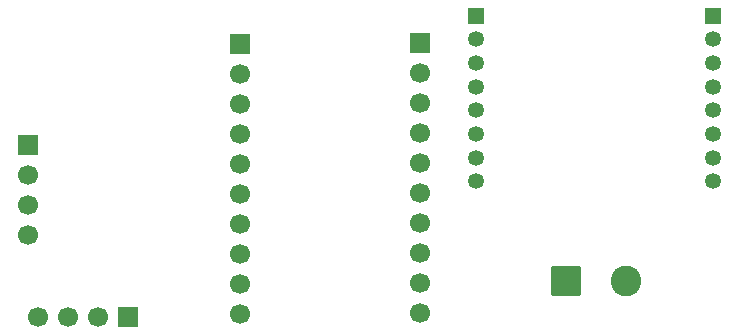
<source format=gbr>
%TF.GenerationSoftware,KiCad,Pcbnew,9.0.6*%
%TF.CreationDate,2025-12-05T15:02:41+01:00*%
%TF.ProjectId,KinderLight,4b696e64-6572-44c6-9967-68742e6b6963,rev?*%
%TF.SameCoordinates,Original*%
%TF.FileFunction,Soldermask,Bot*%
%TF.FilePolarity,Negative*%
%FSLAX46Y46*%
G04 Gerber Fmt 4.6, Leading zero omitted, Abs format (unit mm)*
G04 Created by KiCad (PCBNEW 9.0.6) date 2025-12-05 15:02:41*
%MOMM*%
%LPD*%
G01*
G04 APERTURE LIST*
G04 Aperture macros list*
%AMRoundRect*
0 Rectangle with rounded corners*
0 $1 Rounding radius*
0 $2 $3 $4 $5 $6 $7 $8 $9 X,Y pos of 4 corners*
0 Add a 4 corners polygon primitive as box body*
4,1,4,$2,$3,$4,$5,$6,$7,$8,$9,$2,$3,0*
0 Add four circle primitives for the rounded corners*
1,1,$1+$1,$2,$3*
1,1,$1+$1,$4,$5*
1,1,$1+$1,$6,$7*
1,1,$1+$1,$8,$9*
0 Add four rect primitives between the rounded corners*
20,1,$1+$1,$2,$3,$4,$5,0*
20,1,$1+$1,$4,$5,$6,$7,0*
20,1,$1+$1,$6,$7,$8,$9,0*
20,1,$1+$1,$8,$9,$2,$3,0*%
G04 Aperture macros list end*
%ADD10C,1.700000*%
%ADD11R,1.700000X1.700000*%
%ADD12C,2.600000*%
%ADD13RoundRect,0.250000X-1.050000X-1.050000X1.050000X-1.050000X1.050000X1.050000X-1.050000X1.050000X0*%
%ADD14C,1.350000*%
%ADD15R,1.350000X1.350000*%
G04 APERTURE END LIST*
D10*
%TO.C,J8*%
X78500000Y-89580000D03*
X78500000Y-87040000D03*
X78500000Y-84500000D03*
D11*
X78500000Y-81960000D03*
%TD*%
D12*
%TO.C,J9*%
X129140000Y-93490000D03*
D13*
X124060000Y-93490000D03*
%TD*%
D14*
%TO.C,J2*%
X116500000Y-85000000D03*
X116500000Y-83000000D03*
X116500000Y-81000000D03*
X116500000Y-79000000D03*
X116500000Y-77000000D03*
X116500000Y-75000000D03*
X116500000Y-73000000D03*
D15*
X116500000Y-71000000D03*
%TD*%
D14*
%TO.C,J5*%
X136500000Y-85000000D03*
X136500000Y-83000000D03*
X136500000Y-81000000D03*
X136500000Y-79000000D03*
X136500000Y-77000000D03*
X136500000Y-75000000D03*
X136500000Y-73000000D03*
D15*
X136500000Y-71000000D03*
%TD*%
D11*
%TO.C,J4*%
X111760000Y-73340000D03*
D10*
X111760000Y-75880000D03*
X111760000Y-78420000D03*
X111760000Y-80960000D03*
X111760000Y-83500000D03*
X111760000Y-86040000D03*
X111760000Y-88580000D03*
X111760000Y-91120000D03*
X111760000Y-93660000D03*
X111760000Y-96200000D03*
%TD*%
D11*
%TO.C,J3*%
X96520000Y-73380000D03*
D10*
X96520000Y-75920000D03*
X96520000Y-78460000D03*
X96520000Y-81000000D03*
X96520000Y-83540000D03*
X96520000Y-86080000D03*
X96520000Y-88620000D03*
X96520000Y-91160000D03*
X96520000Y-93700000D03*
X96520000Y-96240000D03*
%TD*%
D11*
%TO.C,J7*%
X87040000Y-96500000D03*
D10*
X84500000Y-96500000D03*
X81960000Y-96500000D03*
X79420000Y-96500000D03*
%TD*%
M02*

</source>
